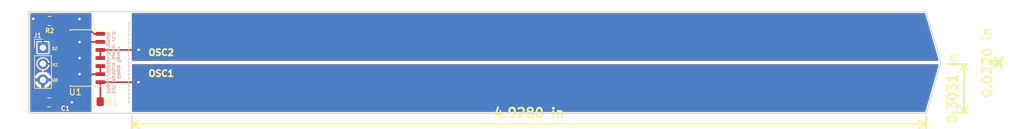
<source format=kicad_pcb>
(kicad_pcb (version 20171130) (host pcbnew 5.0.2+dfsg1-1)

  (general
    (thickness 1.6)
    (drawings 14)
    (tracks 32)
    (zones 0)
    (modules 5)
    (nets 11)
  )

  (page A4)
  (layers
    (0 F.Cu signal)
    (31 B.Cu signal)
    (32 B.Adhes user)
    (33 F.Adhes user)
    (34 B.Paste user)
    (35 F.Paste user)
    (36 B.SilkS user)
    (37 F.SilkS user)
    (38 B.Mask user)
    (39 F.Mask user)
    (40 Dwgs.User user)
    (41 Cmts.User user)
    (42 Eco1.User user)
    (43 Eco2.User user)
    (44 Edge.Cuts user)
    (45 Margin user)
    (46 B.CrtYd user)
    (47 F.CrtYd user)
    (48 B.Fab user)
    (49 F.Fab user)
  )

  (setup
    (last_trace_width 0.25)
    (trace_clearance 0.2)
    (zone_clearance 0.15)
    (zone_45_only no)
    (trace_min 0.2)
    (segment_width 0.2)
    (edge_width 0.15)
    (via_size 0.8)
    (via_drill 0.4)
    (via_min_size 0.4)
    (via_min_drill 0.3)
    (uvia_size 0.3)
    (uvia_drill 0.1)
    (uvias_allowed no)
    (uvia_min_size 0.2)
    (uvia_min_drill 0.1)
    (pcb_text_width 0.3)
    (pcb_text_size 1.5 1.5)
    (mod_edge_width 0.15)
    (mod_text_size 1 1)
    (mod_text_width 0.15)
    (pad_size 1.524 1.524)
    (pad_drill 0.762)
    (pad_to_mask_clearance 0.051)
    (solder_mask_min_width 0.25)
    (aux_axis_origin 0 0)
    (visible_elements FFFFFF7F)
    (pcbplotparams
      (layerselection 0x010fc_ffffffff)
      (usegerberextensions false)
      (usegerberattributes false)
      (usegerberadvancedattributes false)
      (creategerberjobfile false)
      (excludeedgelayer true)
      (linewidth 0.100000)
      (plotframeref false)
      (viasonmask false)
      (mode 1)
      (useauxorigin false)
      (hpglpennumber 1)
      (hpglpenspeed 20)
      (hpglpendiameter 15.000000)
      (psnegative false)
      (psa4output false)
      (plotreference true)
      (plotvalue true)
      (plotinvisibletext false)
      (padsonsilk false)
      (subtractmaskfromsilk false)
      (outputformat 1)
      (mirror false)
      (drillshape 1)
      (scaleselection 1)
      (outputdirectory ""))
  )

  (net 0 "")
  (net 1 VCC)
  (net 2 GND)
  (net 3 OUT)
  (net 4 OSC1)
  (net 5 OSC2)
  (net 6 "Net-(R1-Pad1)")
  (net 7 "Net-(U1-Pad10)")
  (net 8 "Net-(U1-Pad12)")
  (net 9 "Net-(R2-Pad2)")
  (net 10 "Net-(U1-Pad8)")

  (net_class Default "This is the default net class."
    (clearance 0.2)
    (trace_width 0.25)
    (via_dia 0.8)
    (via_drill 0.4)
    (uvia_dia 0.3)
    (uvia_drill 0.1)
    (add_net GND)
    (add_net "Net-(R1-Pad1)")
    (add_net "Net-(R2-Pad2)")
    (add_net "Net-(U1-Pad10)")
    (add_net "Net-(U1-Pad12)")
    (add_net "Net-(U1-Pad8)")
    (add_net OSC1)
    (add_net OSC2)
    (add_net OUT)
    (add_net VCC)
  )

  (module Resistor_SMD:R_0805_2012Metric_Pad1.15x1.40mm_HandSolder (layer F.Cu) (tedit 5CE70DBE) (tstamp 5CF1F2CC)
    (at 44.958 33.0962)
    (descr "Resistor SMD 0805 (2012 Metric), square (rectangular) end terminal, IPC_7351 nominal with elongated pad for handsoldering. (Body size source: https://docs.google.com/spreadsheets/d/1BsfQQcO9C6DZCsRaXUlFlo91Tg2WpOkGARC1WS5S8t0/edit?usp=sharing), generated with kicad-footprint-generator")
    (tags "resistor handsolder")
    (path /5CE5D073)
    (attr smd)
    (fp_text reference R2 (at 0.0254 1.5494) (layer F.SilkS)
      (effects (font (size 0.7 0.7) (thickness 0.15)))
    )
    (fp_text value 100 (at 0 1.65) (layer F.Fab)
      (effects (font (size 1 1) (thickness 0.15)))
    )
    (fp_line (start -1 0.6) (end -1 -0.6) (layer F.Fab) (width 0.1))
    (fp_line (start -1 -0.6) (end 1 -0.6) (layer F.Fab) (width 0.1))
    (fp_line (start 1 -0.6) (end 1 0.6) (layer F.Fab) (width 0.1))
    (fp_line (start 1 0.6) (end -1 0.6) (layer F.Fab) (width 0.1))
    (fp_line (start -0.261252 -0.71) (end 0.261252 -0.71) (layer F.SilkS) (width 0.12))
    (fp_line (start -0.261252 0.71) (end 0.261252 0.71) (layer F.SilkS) (width 0.12))
    (fp_line (start -1.85 0.95) (end -1.85 -0.95) (layer F.CrtYd) (width 0.05))
    (fp_line (start -1.85 -0.95) (end 1.85 -0.95) (layer F.CrtYd) (width 0.05))
    (fp_line (start 1.85 -0.95) (end 1.85 0.95) (layer F.CrtYd) (width 0.05))
    (fp_line (start 1.85 0.95) (end -1.85 0.95) (layer F.CrtYd) (width 0.05))
    (fp_text user %R (at 0 0) (layer F.Fab)
      (effects (font (size 0.5 0.5) (thickness 0.08)))
    )
    (pad 1 smd roundrect (at -1.025 0) (size 1.15 1.4) (layers F.Cu F.Paste F.Mask) (roundrect_rratio 0.217391)
      (net 3 OUT))
    (pad 2 smd roundrect (at 1.025 0) (size 1.15 1.4) (layers F.Cu F.Paste F.Mask) (roundrect_rratio 0.217391)
      (net 9 "Net-(R2-Pad2)"))
    (model ${KISYS3DMOD}/Resistor_SMD.3dshapes/R_0805_2012Metric.wrl
      (at (xyz 0 0 0))
      (scale (xyz 1 1 1))
      (rotate (xyz 0 0 0))
    )
  )

  (module Resistor_SMD:R_0805_2012Metric_Pad1.15x1.40mm_HandSolder (layer F.Cu) (tedit 5B36C52B) (tstamp 5CE53B6D)
    (at 51.9176 45.8216)
    (descr "Resistor SMD 0805 (2012 Metric), square (rectangular) end terminal, IPC_7351 nominal with elongated pad for handsoldering. (Body size source: https://docs.google.com/spreadsheets/d/1BsfQQcO9C6DZCsRaXUlFlo91Tg2WpOkGARC1WS5S8t0/edit?usp=sharing), generated with kicad-footprint-generator")
    (tags "resistor handsolder")
    (path /5CE48323)
    (attr smd)
    (fp_text reference R1 (at 2.8702 0.127) (layer F.SilkS)
      (effects (font (size 1 1) (thickness 0.15)))
    )
    (fp_text value 100k (at 0 1.65) (layer F.Fab)
      (effects (font (size 1 1) (thickness 0.15)))
    )
    (fp_line (start -1 0.6) (end -1 -0.6) (layer F.Fab) (width 0.1))
    (fp_line (start -1 -0.6) (end 1 -0.6) (layer F.Fab) (width 0.1))
    (fp_line (start 1 -0.6) (end 1 0.6) (layer F.Fab) (width 0.1))
    (fp_line (start 1 0.6) (end -1 0.6) (layer F.Fab) (width 0.1))
    (fp_line (start -0.261252 -0.71) (end 0.261252 -0.71) (layer F.SilkS) (width 0.12))
    (fp_line (start -0.261252 0.71) (end 0.261252 0.71) (layer F.SilkS) (width 0.12))
    (fp_line (start -1.85 0.95) (end -1.85 -0.95) (layer F.CrtYd) (width 0.05))
    (fp_line (start -1.85 -0.95) (end 1.85 -0.95) (layer F.CrtYd) (width 0.05))
    (fp_line (start 1.85 -0.95) (end 1.85 0.95) (layer F.CrtYd) (width 0.05))
    (fp_line (start 1.85 0.95) (end -1.85 0.95) (layer F.CrtYd) (width 0.05))
    (fp_text user %R (at 0 0) (layer F.Fab)
      (effects (font (size 0.5 0.5) (thickness 0.08)))
    )
    (pad 1 smd roundrect (at -1.025 0) (size 1.15 1.4) (layers F.Cu F.Paste F.Mask) (roundrect_rratio 0.217391)
      (net 6 "Net-(R1-Pad1)"))
    (pad 2 smd roundrect (at 1.025 0) (size 1.15 1.4) (layers F.Cu F.Paste F.Mask) (roundrect_rratio 0.217391)
      (net 4 OSC1))
    (model ${KISYS3DMOD}/Resistor_SMD.3dshapes/R_0805_2012Metric.wrl
      (at (xyz 0 0 0))
      (scale (xyz 1 1 1))
      (rotate (xyz 0 0 0))
    )
  )

  (module Capacitor_SMD:C_0805_2012Metric_Pad1.15x1.40mm_HandSolder (layer F.Cu) (tedit 5CE70D95) (tstamp 5CF23944)
    (at 44.8818 45.9232 180)
    (descr "Capacitor SMD 0805 (2012 Metric), square (rectangular) end terminal, IPC_7351 nominal with elongated pad for handsoldering. (Body size source: https://docs.google.com/spreadsheets/d/1BsfQQcO9C6DZCsRaXUlFlo91Tg2WpOkGARC1WS5S8t0/edit?usp=sharing), generated with kicad-footprint-generator")
    (tags "capacitor handsolder")
    (path /5CE47B78)
    (attr smd)
    (fp_text reference C1 (at -2.5654 -0.9652) (layer F.SilkS)
      (effects (font (size 0.7 0.7) (thickness 0.15)))
    )
    (fp_text value 10u (at 0 1.65 180) (layer F.Fab)
      (effects (font (size 1 1) (thickness 0.15)))
    )
    (fp_line (start -1 0.6) (end -1 -0.6) (layer F.Fab) (width 0.1))
    (fp_line (start -1 -0.6) (end 1 -0.6) (layer F.Fab) (width 0.1))
    (fp_line (start 1 -0.6) (end 1 0.6) (layer F.Fab) (width 0.1))
    (fp_line (start 1 0.6) (end -1 0.6) (layer F.Fab) (width 0.1))
    (fp_line (start -0.261252 -0.71) (end 0.261252 -0.71) (layer F.SilkS) (width 0.12))
    (fp_line (start -0.261252 0.71) (end 0.261252 0.71) (layer F.SilkS) (width 0.12))
    (fp_line (start -1.85 0.95) (end -1.85 -0.95) (layer F.CrtYd) (width 0.05))
    (fp_line (start -1.85 -0.95) (end 1.85 -0.95) (layer F.CrtYd) (width 0.05))
    (fp_line (start 1.85 -0.95) (end 1.85 0.95) (layer F.CrtYd) (width 0.05))
    (fp_line (start 1.85 0.95) (end -1.85 0.95) (layer F.CrtYd) (width 0.05))
    (fp_text user %R (at 0 0 180) (layer F.Fab)
      (effects (font (size 0.5 0.5) (thickness 0.08)))
    )
    (pad 1 smd roundrect (at -1.025 0 180) (size 1.15 1.4) (layers F.Cu F.Paste F.Mask) (roundrect_rratio 0.217391)
      (net 1 VCC))
    (pad 2 smd roundrect (at 1.025 0 180) (size 1.15 1.4) (layers F.Cu F.Paste F.Mask) (roundrect_rratio 0.217391)
      (net 2 GND))
    (model ${KISYS3DMOD}/Capacitor_SMD.3dshapes/C_0805_2012Metric.wrl
      (at (xyz 0 0 0))
      (scale (xyz 1 1 1))
      (rotate (xyz 0 0 0))
    )
  )

  (module Connector_PinHeader_2.54mm:PinHeader_1x03_P2.54mm_Vertical (layer F.Cu) (tedit 5CE70DAD) (tstamp 5CE47905)
    (at 43.9166 37.3126)
    (descr "Through hole straight pin header, 1x03, 2.54mm pitch, single row")
    (tags "Through hole pin header THT 1x03 2.54mm single row")
    (path /5CE481D5)
    (fp_text reference J1 (at -0.8382 -1.9304) (layer F.SilkS)
      (effects (font (size 0.7 0.7) (thickness 0.15)))
    )
    (fp_text value Conn_01x03_Male (at 0 7.41) (layer F.Fab)
      (effects (font (size 1 1) (thickness 0.15)))
    )
    (fp_line (start -0.635 -1.27) (end 1.27 -1.27) (layer F.Fab) (width 0.1))
    (fp_line (start 1.27 -1.27) (end 1.27 6.35) (layer F.Fab) (width 0.1))
    (fp_line (start 1.27 6.35) (end -1.27 6.35) (layer F.Fab) (width 0.1))
    (fp_line (start -1.27 6.35) (end -1.27 -0.635) (layer F.Fab) (width 0.1))
    (fp_line (start -1.27 -0.635) (end -0.635 -1.27) (layer F.Fab) (width 0.1))
    (fp_line (start -1.33 6.41) (end 1.33 6.41) (layer F.SilkS) (width 0.12))
    (fp_line (start -1.33 1.27) (end -1.33 6.41) (layer F.SilkS) (width 0.12))
    (fp_line (start 1.33 1.27) (end 1.33 6.41) (layer F.SilkS) (width 0.12))
    (fp_line (start -1.33 1.27) (end 1.33 1.27) (layer F.SilkS) (width 0.12))
    (fp_line (start -1.33 0) (end -1.33 -1.33) (layer F.SilkS) (width 0.12))
    (fp_line (start -1.33 -1.33) (end 0 -1.33) (layer F.SilkS) (width 0.12))
    (fp_line (start -1.8 -1.8) (end -1.8 6.85) (layer F.CrtYd) (width 0.05))
    (fp_line (start -1.8 6.85) (end 1.8 6.85) (layer F.CrtYd) (width 0.05))
    (fp_line (start 1.8 6.85) (end 1.8 -1.8) (layer F.CrtYd) (width 0.05))
    (fp_line (start 1.8 -1.8) (end -1.8 -1.8) (layer F.CrtYd) (width 0.05))
    (fp_text user %R (at 0 2.54 90) (layer F.Fab)
      (effects (font (size 1 1) (thickness 0.15)))
    )
    (pad 1 thru_hole rect (at 0 0) (size 1.7 1.7) (drill 1) (layers *.Cu *.Mask)
      (net 3 OUT))
    (pad 2 thru_hole oval (at 0 2.54) (size 1.7 1.7) (drill 1) (layers *.Cu *.Mask)
      (net 1 VCC))
    (pad 3 thru_hole oval (at 0 5.08) (size 1.7 1.7) (drill 1) (layers *.Cu *.Mask)
      (net 2 GND))
    (model ${KISYS3DMOD}/Connector_PinHeader_2.54mm.3dshapes/PinHeader_1x03_P2.54mm_Vertical.wrl
      (at (xyz 0 0 0))
      (scale (xyz 1 1 1))
      (rotate (xyz 0 0 0))
    )
  )

  (module Package_SO:SOIC-14_3.9x8.7mm_P1.27mm (layer F.Cu) (tedit 5A02F2D3) (tstamp 5CF216D3)
    (at 50.2666 38.9382 180)
    (descr "14-Lead Plastic Small Outline (SL) - Narrow, 3.90 mm Body [SOIC] (see Microchip Packaging Specification 00000049BS.pdf)")
    (tags "SOIC 1.27")
    (path /5CE46C5E)
    (attr smd)
    (fp_text reference U1 (at 1.2446 -5.3594 180) (layer F.SilkS)
      (effects (font (size 1 1) (thickness 0.15)))
    )
    (fp_text value 74HC14 (at 0 5.375 180) (layer F.Fab)
      (effects (font (size 1 1) (thickness 0.15)))
    )
    (fp_text user %R (at 0 0 180) (layer F.Fab)
      (effects (font (size 0.9 0.9) (thickness 0.135)))
    )
    (fp_line (start -0.95 -4.35) (end 1.95 -4.35) (layer F.Fab) (width 0.15))
    (fp_line (start 1.95 -4.35) (end 1.95 4.35) (layer F.Fab) (width 0.15))
    (fp_line (start 1.95 4.35) (end -1.95 4.35) (layer F.Fab) (width 0.15))
    (fp_line (start -1.95 4.35) (end -1.95 -3.35) (layer F.Fab) (width 0.15))
    (fp_line (start -1.95 -3.35) (end -0.95 -4.35) (layer F.Fab) (width 0.15))
    (fp_line (start -3.7 -4.65) (end -3.7 4.65) (layer F.CrtYd) (width 0.05))
    (fp_line (start 3.7 -4.65) (end 3.7 4.65) (layer F.CrtYd) (width 0.05))
    (fp_line (start -3.7 -4.65) (end 3.7 -4.65) (layer F.CrtYd) (width 0.05))
    (fp_line (start -3.7 4.65) (end 3.7 4.65) (layer F.CrtYd) (width 0.05))
    (fp_line (start -2.075 -4.45) (end -2.075 -4.425) (layer F.SilkS) (width 0.15))
    (fp_line (start 2.075 -4.45) (end 2.075 -4.335) (layer F.SilkS) (width 0.15))
    (fp_line (start 2.075 4.45) (end 2.075 4.335) (layer F.SilkS) (width 0.15))
    (fp_line (start -2.075 4.45) (end -2.075 4.335) (layer F.SilkS) (width 0.15))
    (fp_line (start -2.075 -4.45) (end 2.075 -4.45) (layer F.SilkS) (width 0.15))
    (fp_line (start -2.075 4.45) (end 2.075 4.45) (layer F.SilkS) (width 0.15))
    (fp_line (start -2.075 -4.425) (end -3.45 -4.425) (layer F.SilkS) (width 0.15))
    (pad 1 smd rect (at -2.7 -3.81 180) (size 1.5 0.6) (layers F.Cu F.Paste F.Mask)
      (net 4 OSC1))
    (pad 2 smd rect (at -2.7 -2.54 180) (size 1.5 0.6) (layers F.Cu F.Paste F.Mask)
      (net 6 "Net-(R1-Pad1)"))
    (pad 3 smd rect (at -2.7 -1.27 180) (size 1.5 0.6) (layers F.Cu F.Paste F.Mask)
      (net 6 "Net-(R1-Pad1)"))
    (pad 4 smd rect (at -2.7 0 180) (size 1.5 0.6) (layers F.Cu F.Paste F.Mask)
      (net 5 OSC2))
    (pad 5 smd rect (at -2.7 1.27 180) (size 1.5 0.6) (layers F.Cu F.Paste F.Mask)
      (net 5 OSC2))
    (pad 6 smd rect (at -2.7 2.54 180) (size 1.5 0.6) (layers F.Cu F.Paste F.Mask)
      (net 9 "Net-(R2-Pad2)"))
    (pad 7 smd rect (at -2.7 3.81 180) (size 1.5 0.6) (layers F.Cu F.Paste F.Mask)
      (net 2 GND))
    (pad 8 smd rect (at 2.7 3.81 180) (size 1.5 0.6) (layers F.Cu F.Paste F.Mask)
      (net 10 "Net-(U1-Pad8)"))
    (pad 9 smd rect (at 2.7 2.54 180) (size 1.5 0.6) (layers F.Cu F.Paste F.Mask)
      (net 2 GND))
    (pad 10 smd rect (at 2.7 1.27 180) (size 1.5 0.6) (layers F.Cu F.Paste F.Mask)
      (net 7 "Net-(U1-Pad10)"))
    (pad 11 smd rect (at 2.7 0 180) (size 1.5 0.6) (layers F.Cu F.Paste F.Mask)
      (net 2 GND))
    (pad 12 smd rect (at 2.7 -1.27 180) (size 1.5 0.6) (layers F.Cu F.Paste F.Mask)
      (net 8 "Net-(U1-Pad12)"))
    (pad 13 smd rect (at 2.7 -2.54 180) (size 1.5 0.6) (layers F.Cu F.Paste F.Mask)
      (net 2 GND))
    (pad 14 smd rect (at 2.7 -3.81 180) (size 1.5 0.6) (layers F.Cu F.Paste F.Mask)
      (net 1 VCC))
    (model ${KISYS3DMOD}/Package_SO.3dshapes/SOIC-14_3.9x8.7mm_P1.27mm.wrl
      (at (xyz 0 0 0))
      (scale (xyz 1 1 1))
      (rotate (xyz 0 0 0))
    )
  )

  (dimension 0.5588 (width 0.3) (layer F.SilkS)
    (gr_text "0.559 mm" (at 196.6386 39.6494 90) (layer F.SilkS) (tstamp 5CF24311)
      (effects (font (size 1.5 1.5) (thickness 0.3)))
    )
    (feature1 (pts (xy 193.0654 39.37) (xy 195.125021 39.37)))
    (feature2 (pts (xy 193.0654 39.9288) (xy 195.125021 39.9288)))
    (crossbar (pts (xy 194.5386 39.9288) (xy 194.5386 39.37)))
    (arrow1a (pts (xy 194.5386 39.37) (xy 195.125021 40.496504)))
    (arrow1b (pts (xy 194.5386 39.37) (xy 193.952179 40.496504)))
    (arrow2a (pts (xy 194.5386 39.9288) (xy 195.125021 38.802296)))
    (arrow2b (pts (xy 194.5386 39.9288) (xy 193.952179 38.802296)))
  )
  (dimension 7.697708 (width 0.3) (layer F.SilkS) (tstamp 5CF2311B)
    (gr_text "7.698 mm" (at 191.203 43.725346 90) (layer F.SilkS) (tstamp 5CF2430B)
      (effects (font (size 1.5 1.5) (thickness 0.3)))
    )
    (feature1 (pts (xy 187.0964 39.876492) (xy 189.689421 39.876492)))
    (feature2 (pts (xy 187.0964 47.5742) (xy 189.689421 47.5742)))
    (crossbar (pts (xy 189.103 47.5742) (xy 189.103 39.876492)))
    (arrow1a (pts (xy 189.103 39.876492) (xy 189.689421 41.002996)))
    (arrow1b (pts (xy 189.103 39.876492) (xy 188.516579 41.002996)))
    (arrow2a (pts (xy 189.103 47.5742) (xy 189.689421 46.447696)))
    (arrow2b (pts (xy 189.103 47.5742) (xy 188.516579 46.447696)))
  )
  (dimension 125.1712 (width 0.3) (layer F.SilkS)
    (gr_text "125.171 mm" (at 120.5484 51.503) (layer F.SilkS) (tstamp 5CF2451B)
      (effects (font (size 1.5 1.5) (thickness 0.3)))
    )
    (feature1 (pts (xy 183.134 48.006) (xy 183.134 49.989421)))
    (feature2 (pts (xy 57.9628 48.006) (xy 57.9628 49.989421)))
    (crossbar (pts (xy 57.9628 49.403) (xy 183.134 49.403)))
    (arrow1a (pts (xy 183.134 49.403) (xy 182.007496 49.989421)))
    (arrow1b (pts (xy 183.134 49.403) (xy 182.007496 48.816579)))
    (arrow2a (pts (xy 57.9628 49.403) (xy 59.089304 49.989421)))
    (arrow2b (pts (xy 57.9628 49.403) (xy 59.089304 48.816579)))
  )
  (gr_text OSC2 (at 62.5602 38.0746) (layer F.SilkS)
    (effects (font (size 1 1) (thickness 0.25)))
  )
  (gr_text OSC1 (at 62.5602 41.3766) (layer F.SilkS)
    (effects (font (size 1 1) (thickness 0.25)))
  )
  (gr_text "---------------------\n\nGMote Sensor\nSoil Moisture Sensor v1.0\nhttps://digidev.de/gmote\n\n" (at 55.4736 39.6748 270) (layer B.SilkS)
    (effects (font (size 0.5 0.5) (thickness 0.125)) (justify mirror))
  )
  (gr_line (start 183.1594 47.6504) (end 185.4454 39.6748) (layer Edge.Cuts) (width 0.15) (tstamp 5CF21A88))
  (gr_line (start 185.4454 39.6748) (end 183.134 31.6484) (layer Edge.Cuts) (width 0.15) (tstamp 5CF21A85))
  (gr_text OUT (at 45.7962 37.465) (layer F.SilkS)
    (effects (font (size 0.5 0.3) (thickness 0.075)))
  )
  (gr_text GND (at 45.7962 42.4434) (layer F.SilkS)
    (effects (font (size 0.5 0.3) (thickness 0.075)))
  )
  (gr_text VCC (at 45.847 40.0304) (layer F.SilkS)
    (effects (font (size 0.5 0.3) (thickness 0.075)))
  )
  (gr_line (start 183.134 31.6484) (end 41.7068 31.6484) (layer Edge.Cuts) (width 0.15))
  (gr_line (start 41.7068 47.6504) (end 183.1594 47.6504) (layer Edge.Cuts) (width 0.15))
  (gr_line (start 41.7068 31.6484) (end 41.7068 47.6504) (layer Edge.Cuts) (width 0.15) (tstamp 5CF2099D))

  (segment (start 45.9068 40.640719) (end 45.9068 45.9232) (width 0.25) (layer F.Cu) (net 1))
  (segment (start 43.9166 39.8526) (end 45.118681 39.8526) (width 0.25) (layer F.Cu) (net 1))
  (segment (start 45.118681 39.8526) (end 45.9068 40.640719) (width 0.25) (layer F.Cu) (net 1))
  (segment (start 47.5666 43.2982) (end 47.5666 42.7482) (width 0.25) (layer F.Cu) (net 1))
  (segment (start 47.5666 44.9384) (end 47.5666 43.2982) (width 0.25) (layer F.Cu) (net 1))
  (segment (start 46.5818 45.9232) (end 47.5666 44.9384) (width 0.25) (layer F.Cu) (net 1))
  (segment (start 45.9068 45.9232) (end 46.5818 45.9232) (width 0.25) (layer F.Cu) (net 1))
  (segment (start 51.9666 35.1282) (end 50.7746 33.9362) (width 0.25) (layer F.Cu) (net 2))
  (segment (start 52.9666 35.1282) (end 51.9666 35.1282) (width 0.25) (layer F.Cu) (net 2))
  (via (at 49.6824 32.7914) (size 0.8) (drill 0.4) (layers F.Cu B.Cu) (net 2))
  (via (at 49.6824 36.4236) (size 0.8) (drill 0.4) (layers F.Cu B.Cu) (net 2))
  (via (at 49.6824 38.9382) (size 0.8) (drill 0.4) (layers F.Cu B.Cu) (net 2))
  (via (at 48.4886 45.9232) (size 0.8) (drill 0.4) (layers F.Cu B.Cu) (net 2))
  (via (at 49.6824 41.4782) (size 0.8) (drill 0.4) (layers F.Cu B.Cu) (net 2))
  (via (at 42.3926 32.766) (size 0.8) (drill 0.4) (layers F.Cu B.Cu) (net 2))
  (segment (start 43.9166 33.1126) (end 43.933 33.0962) (width 0.25) (layer F.Cu) (net 3))
  (segment (start 43.9166 37.3126) (end 43.9166 33.1126) (width 0.25) (layer F.Cu) (net 3))
  (segment (start 52.9666 45.7976) (end 52.9426 45.8216) (width 0.25) (layer F.Cu) (net 4))
  (segment (start 52.9666 42.7482) (end 52.9666 45.7976) (width 0.25) (layer F.Cu) (net 4))
  (via (at 58.9788 42.7482) (size 0.8) (drill 0.4) (layers F.Cu B.Cu) (net 4))
  (segment (start 52.9666 42.7482) (end 58.9788 42.7482) (width 0.25) (layer F.Cu) (net 4))
  (via (at 59.0042 37.6428) (size 0.8) (drill 0.4) (layers F.Cu B.Cu) (net 5))
  (segment (start 52.9666 37.6682) (end 58.9788 37.6682) (width 0.25) (layer F.Cu) (net 5))
  (segment (start 58.9788 37.6682) (end 59.0042 37.6428) (width 0.25) (layer F.Cu) (net 5))
  (segment (start 52.9666 38.9382) (end 52.9666 37.6682) (width 0.25) (layer F.Cu) (net 5))
  (segment (start 50.8926 45.8216) (end 50.8926 42.2746) (width 0.25) (layer F.Cu) (net 6))
  (segment (start 51.689 41.4782) (end 52.9666 41.4782) (width 0.25) (layer F.Cu) (net 6))
  (segment (start 50.8926 42.2746) (end 51.689 41.4782) (width 0.25) (layer F.Cu) (net 6))
  (segment (start 52.9666 41.4782) (end 52.9666 40.2082) (width 0.25) (layer F.Cu) (net 6))
  (segment (start 45.983 33.0962) (end 48.2092 33.0962) (width 0.25) (layer F.Cu) (net 9))
  (segment (start 51.5112 36.3982) (end 52.9666 36.3982) (width 0.25) (layer F.Cu) (net 9))
  (segment (start 48.2092 33.0962) (end 51.5112 36.3982) (width 0.25) (layer F.Cu) (net 9))

  (zone (net 2) (net_name GND) (layer F.Cu) (tstamp 5CF1F76B) (hatch edge 0.508)
    (connect_pads (clearance 0.15))
    (min_thickness 0.15)
    (fill yes (arc_segments 16) (thermal_gap 0.508) (thermal_bridge_width 0.508))
    (polygon
      (pts
        (xy 40.4622 29.7942) (xy 40.4114 49.8856) (xy 51.562 48.9966) (xy 51.562 30.2006)
      )
    )
    (filled_polygon
      (pts
        (xy 51.487 35.808314) (xy 48.519903 32.841219) (xy 48.497584 32.807816) (xy 48.365272 32.719409) (xy 48.248594 32.6962)
        (xy 48.2092 32.688364) (xy 48.169806 32.6962) (xy 46.838387 32.6962) (xy 46.838387 32.646199) (xy 46.798014 32.443229)
        (xy 46.683041 32.271159) (xy 46.510971 32.156186) (xy 46.308001 32.115813) (xy 45.657999 32.115813) (xy 45.455029 32.156186)
        (xy 45.282959 32.271159) (xy 45.167986 32.443229) (xy 45.127613 32.646199) (xy 45.127613 33.546201) (xy 45.167986 33.749171)
        (xy 45.282959 33.921241) (xy 45.455029 34.036214) (xy 45.657999 34.076587) (xy 46.308001 34.076587) (xy 46.510971 34.036214)
        (xy 46.683041 33.921241) (xy 46.798014 33.749171) (xy 46.838387 33.546201) (xy 46.838387 33.4962) (xy 48.043516 33.4962)
        (xy 51.200501 36.653187) (xy 51.222816 36.686584) (xy 51.355128 36.774991) (xy 51.471806 36.7982) (xy 51.487 36.801222)
        (xy 51.487 41.132097) (xy 51.400616 41.189816) (xy 51.378299 41.223216) (xy 50.637617 41.963899) (xy 50.604217 41.986216)
        (xy 50.540274 42.081915) (xy 50.515809 42.118529) (xy 50.484764 42.2746) (xy 50.492601 42.313998) (xy 50.4926 44.856131)
        (xy 50.364629 44.881586) (xy 50.192559 44.996559) (xy 50.077586 45.168629) (xy 50.037213 45.371599) (xy 50.037213 46.271601)
        (xy 50.077586 46.474571) (xy 50.192559 46.646641) (xy 50.364629 46.761614) (xy 50.567599 46.801987) (xy 51.217601 46.801987)
        (xy 51.420571 46.761614) (xy 51.487 46.717228) (xy 51.487 47.3504) (xy 42.0068 47.3504) (xy 42.0068 46.24795)
        (xy 42.6988 46.24795) (xy 42.6988 46.739166) (xy 42.787556 46.953443) (xy 42.951557 47.117444) (xy 43.165834 47.2062)
        (xy 43.53205 47.2062) (xy 43.6778 47.06045) (xy 43.6778 46.1022) (xy 44.0358 46.1022) (xy 44.0358 47.06045)
        (xy 44.18155 47.2062) (xy 44.547766 47.2062) (xy 44.762043 47.117444) (xy 44.926044 46.953443) (xy 45.0148 46.739166)
        (xy 45.0148 46.24795) (xy 44.86905 46.1022) (xy 44.0358 46.1022) (xy 43.6778 46.1022) (xy 42.84455 46.1022)
        (xy 42.6988 46.24795) (xy 42.0068 46.24795) (xy 42.0068 45.107234) (xy 42.6988 45.107234) (xy 42.6988 45.59845)
        (xy 42.84455 45.7442) (xy 43.6778 45.7442) (xy 43.6778 44.78595) (xy 44.0358 44.78595) (xy 44.0358 45.7442)
        (xy 44.86905 45.7442) (xy 45.0148 45.59845) (xy 45.0148 45.107234) (xy 44.926044 44.892957) (xy 44.762043 44.728956)
        (xy 44.547766 44.6402) (xy 44.18155 44.6402) (xy 44.0358 44.78595) (xy 43.6778 44.78595) (xy 43.53205 44.6402)
        (xy 43.165834 44.6402) (xy 42.951557 44.728956) (xy 42.787556 44.892957) (xy 42.6988 45.107234) (xy 42.0068 45.107234)
        (xy 42.0068 42.791811) (xy 42.54033 42.791811) (xy 42.661134 43.083494) (xy 43.021094 43.511349) (xy 43.517387 43.768885)
        (xy 43.7376 43.668641) (xy 43.7376 42.5716) (xy 44.0956 42.5716) (xy 44.0956 43.668641) (xy 44.315813 43.768885)
        (xy 44.812106 43.511349) (xy 45.172066 43.083494) (xy 45.29287 42.791811) (xy 45.191344 42.5716) (xy 44.0956 42.5716)
        (xy 43.7376 42.5716) (xy 42.641856 42.5716) (xy 42.54033 42.791811) (xy 42.0068 42.791811) (xy 42.0068 41.993389)
        (xy 42.54033 41.993389) (xy 42.641856 42.2136) (xy 43.7376 42.2136) (xy 43.7376 42.1936) (xy 44.0956 42.1936)
        (xy 44.0956 42.2136) (xy 45.191344 42.2136) (xy 45.29287 41.993389) (xy 45.172066 41.701706) (xy 44.812106 41.273851)
        (xy 44.315813 41.016315) (xy 44.095602 41.116558) (xy 44.095602 40.964034) (xy 44.355553 40.912327) (xy 44.72768 40.66368)
        (xy 44.976327 40.291553) (xy 44.978919 40.278522) (xy 45.5068 40.806404) (xy 45.506801 44.957731) (xy 45.378829 44.983186)
        (xy 45.206759 45.098159) (xy 45.091786 45.270229) (xy 45.051413 45.473199) (xy 45.051413 46.373201) (xy 45.091786 46.576171)
        (xy 45.206759 46.748241) (xy 45.378829 46.863214) (xy 45.581799 46.903587) (xy 46.231801 46.903587) (xy 46.434771 46.863214)
        (xy 46.606841 46.748241) (xy 46.721814 46.576171) (xy 46.762187 46.373201) (xy 46.762187 46.283744) (xy 46.870184 46.211584)
        (xy 46.892503 46.178181) (xy 47.821585 45.2491) (xy 47.854984 45.226784) (xy 47.943391 45.094472) (xy 47.9666 44.977794)
        (xy 47.9666 44.977793) (xy 47.974436 44.9384) (xy 47.9666 44.899006) (xy 47.9666 43.328587) (xy 48.3166 43.328587)
        (xy 48.423899 43.307244) (xy 48.514864 43.246464) (xy 48.575644 43.155499) (xy 48.596987 43.0482) (xy 48.596987 42.4482)
        (xy 48.575644 42.340901) (xy 48.555252 42.310382) (xy 48.646843 42.272444) (xy 48.810844 42.108443) (xy 48.8996 41.894166)
        (xy 48.8996 41.77395) (xy 48.75385 41.6282) (xy 47.7456 41.6282) (xy 47.7456 41.6772) (xy 47.3876 41.6772)
        (xy 47.3876 41.6282) (xy 47.3676 41.6282) (xy 47.3676 41.3282) (xy 47.3876 41.3282) (xy 47.3876 41.2792)
        (xy 47.7456 41.2792) (xy 47.7456 41.3282) (xy 48.75385 41.3282) (xy 48.8996 41.18245) (xy 48.8996 41.062234)
        (xy 48.810844 40.847957) (xy 48.646843 40.683956) (xy 48.555252 40.646018) (xy 48.575644 40.615499) (xy 48.596987 40.5082)
        (xy 48.596987 39.9082) (xy 48.575644 39.800901) (xy 48.555252 39.770382) (xy 48.646843 39.732444) (xy 48.810844 39.568443)
        (xy 48.8996 39.354166) (xy 48.8996 39.23395) (xy 48.75385 39.0882) (xy 47.7456 39.0882) (xy 47.7456 39.1372)
        (xy 47.3876 39.1372) (xy 47.3876 39.0882) (xy 46.37935 39.0882) (xy 46.2336 39.23395) (xy 46.2336 39.354166)
        (xy 46.322356 39.568443) (xy 46.486357 39.732444) (xy 46.577948 39.770382) (xy 46.557556 39.800901) (xy 46.536213 39.9082)
        (xy 46.536213 40.5082) (xy 46.557556 40.615499) (xy 46.577948 40.646018) (xy 46.486357 40.683956) (xy 46.322356 40.847957)
        (xy 46.3068 40.885513) (xy 46.3068 40.680113) (xy 46.314636 40.640719) (xy 46.283591 40.484647) (xy 46.195184 40.352335)
        (xy 46.161785 40.330019) (xy 45.429384 39.597619) (xy 45.407065 39.564216) (xy 45.274753 39.475809) (xy 45.158075 39.4526)
        (xy 45.118681 39.444764) (xy 45.079287 39.4526) (xy 44.984075 39.4526) (xy 44.976327 39.413647) (xy 44.72768 39.04152)
        (xy 44.355553 38.792873) (xy 44.027403 38.7276) (xy 43.805797 38.7276) (xy 43.477647 38.792873) (xy 43.10552 39.04152)
        (xy 42.856873 39.413647) (xy 42.76956 39.8526) (xy 42.856873 40.291553) (xy 43.10552 40.66368) (xy 43.477647 40.912327)
        (xy 43.737598 40.964034) (xy 43.737598 41.116558) (xy 43.517387 41.016315) (xy 43.021094 41.273851) (xy 42.661134 41.701706)
        (xy 42.54033 41.993389) (xy 42.0068 41.993389) (xy 42.0068 36.4626) (xy 42.786213 36.4626) (xy 42.786213 38.1626)
        (xy 42.807556 38.269899) (xy 42.868336 38.360864) (xy 42.959301 38.421644) (xy 43.0666 38.442987) (xy 44.7666 38.442987)
        (xy 44.873899 38.421644) (xy 44.964864 38.360864) (xy 45.025644 38.269899) (xy 45.046987 38.1626) (xy 45.046987 36.69395)
        (xy 46.2336 36.69395) (xy 46.2336 36.814166) (xy 46.322356 37.028443) (xy 46.486357 37.192444) (xy 46.577948 37.230382)
        (xy 46.557556 37.260901) (xy 46.536213 37.3682) (xy 46.536213 37.9682) (xy 46.557556 38.075499) (xy 46.577948 38.106018)
        (xy 46.486357 38.143956) (xy 46.322356 38.307957) (xy 46.2336 38.522234) (xy 46.2336 38.64245) (xy 46.37935 38.7882)
        (xy 47.3876 38.7882) (xy 47.3876 38.7392) (xy 47.7456 38.7392) (xy 47.7456 38.7882) (xy 48.75385 38.7882)
        (xy 48.8996 38.64245) (xy 48.8996 38.522234) (xy 48.810844 38.307957) (xy 48.646843 38.143956) (xy 48.555252 38.106018)
        (xy 48.575644 38.075499) (xy 48.596987 37.9682) (xy 48.596987 37.3682) (xy 48.575644 37.260901) (xy 48.555252 37.230382)
        (xy 48.646843 37.192444) (xy 48.810844 37.028443) (xy 48.8996 36.814166) (xy 48.8996 36.69395) (xy 48.75385 36.5482)
        (xy 47.7456 36.5482) (xy 47.7456 36.5972) (xy 47.3876 36.5972) (xy 47.3876 36.5482) (xy 46.37935 36.5482)
        (xy 46.2336 36.69395) (xy 45.046987 36.69395) (xy 45.046987 36.4626) (xy 45.025644 36.355301) (xy 44.964864 36.264336)
        (xy 44.873899 36.203556) (xy 44.7666 36.182213) (xy 44.3166 36.182213) (xy 44.3166 35.982234) (xy 46.2336 35.982234)
        (xy 46.2336 36.10245) (xy 46.37935 36.2482) (xy 47.3876 36.2482) (xy 47.3876 36.1992) (xy 47.7456 36.1992)
        (xy 47.7456 36.2482) (xy 48.75385 36.2482) (xy 48.8996 36.10245) (xy 48.8996 35.982234) (xy 48.810844 35.767957)
        (xy 48.646843 35.603956) (xy 48.555252 35.566018) (xy 48.575644 35.535499) (xy 48.596987 35.4282) (xy 48.596987 34.8282)
        (xy 48.575644 34.720901) (xy 48.514864 34.629936) (xy 48.423899 34.569156) (xy 48.3166 34.547813) (xy 46.8166 34.547813)
        (xy 46.709301 34.569156) (xy 46.618336 34.629936) (xy 46.557556 34.720901) (xy 46.536213 34.8282) (xy 46.536213 35.4282)
        (xy 46.557556 35.535499) (xy 46.577948 35.566018) (xy 46.486357 35.603956) (xy 46.322356 35.767957) (xy 46.2336 35.982234)
        (xy 44.3166 35.982234) (xy 44.3166 34.064931) (xy 44.460971 34.036214) (xy 44.633041 33.921241) (xy 44.748014 33.749171)
        (xy 44.788387 33.546201) (xy 44.788387 32.646199) (xy 44.748014 32.443229) (xy 44.633041 32.271159) (xy 44.460971 32.156186)
        (xy 44.258001 32.115813) (xy 43.607999 32.115813) (xy 43.405029 32.156186) (xy 43.232959 32.271159) (xy 43.117986 32.443229)
        (xy 43.077613 32.646199) (xy 43.077613 33.546201) (xy 43.117986 33.749171) (xy 43.232959 33.921241) (xy 43.405029 34.036214)
        (xy 43.516601 34.058407) (xy 43.5166 36.182213) (xy 43.0666 36.182213) (xy 42.959301 36.203556) (xy 42.868336 36.264336)
        (xy 42.807556 36.355301) (xy 42.786213 36.4626) (xy 42.0068 36.4626) (xy 42.0068 31.9484) (xy 51.487 31.9484)
      )
    )
  )
  (zone (net 4) (net_name OSC1) (layer F.Cu) (tstamp 5CF21DF1) (hatch edge 0.508)
    (connect_pads (clearance 0.15))
    (min_thickness 0.254)
    (fill yes (arc_segments 16) (thermal_gap 0.508) (thermal_bridge_width 0.508))
    (polygon
      (pts
        (xy 57.9628 39.943706) (xy 57.9628 47.538306) (xy 186.5376 47.538306) (xy 186.5376 39.918306) (xy 57.9628 39.918306)
      )
    )
    (filled_polygon
      (pts
        (xy 182.894118 47.2984) (xy 58.0898 47.2984) (xy 58.0898 40.045306) (xy 184.97303 40.045306)
      )
    )
  )
  (zone (net 5) (net_name OSC2) (layer F.Cu) (tstamp 5CF1F821) (hatch edge 0.508)
    (connect_pads (clearance 0.15))
    (min_thickness 0.254)
    (fill yes (arc_segments 16) (thermal_gap 0.508) (thermal_bridge_width 0.508))
    (polygon
      (pts
        (xy 57.9374 31.789318) (xy 57.9374 39.383918) (xy 186.5376 39.383918) (xy 186.5376 31.763918) (xy 57.9374 31.763918)
      )
    )
    (filled_polygon
      (pts
        (xy 184.958756 39.256918) (xy 58.0644 39.256918) (xy 58.0644 32.0004) (xy 182.869063 32.0004)
      )
    )
  )
  (zone (net 4) (net_name OSC1) (layer B.Cu) (tstamp 5CF1F8F6) (hatch edge 0.508)
    (connect_pads (clearance 0.15))
    (min_thickness 0.254)
    (fill yes (arc_segments 16) (thermal_gap 0.508) (thermal_bridge_width 0.508))
    (polygon
      (pts
        (xy 57.9628 39.9542) (xy 57.9628 47.5488) (xy 186.563 47.5488) (xy 186.563 39.9288) (xy 57.9628 39.9288)
      )
    )
    (filled_polygon
      (pts
        (xy 182.894118 47.2984) (xy 58.0898 47.2984) (xy 58.0898 40.0558) (xy 184.970023 40.0558)
      )
    )
  )
  (zone (net 5) (net_name OSC2) (layer B.Cu) (tstamp 5CF1F905) (hatch edge 0.508)
    (connect_pads (clearance 0.15))
    (min_thickness 0.254)
    (fill yes (arc_segments 16) (thermal_gap 0.508) (thermal_bridge_width 0.508))
    (polygon
      (pts
        (xy 57.9374 31.7754) (xy 57.9374 39.37) (xy 186.5376 39.37) (xy 186.5376 31.75) (xy 57.9374 31.75)
      )
    )
    (filled_polygon
      (pts
        (xy 184.954748 39.243) (xy 58.0644 39.243) (xy 58.0644 32.0004) (xy 182.869063 32.0004)
      )
    )
  )
  (zone (net 2) (net_name GND) (layer B.Cu) (tstamp 0) (hatch edge 0.508)
    (connect_pads (clearance 0.15))
    (min_thickness 0.254)
    (fill yes (arc_segments 16) (thermal_gap 0.508) (thermal_bridge_width 0.508))
    (polygon
      (pts
        (xy 41.0972 31.0896) (xy 41.0972 48.4886) (xy 51.562 48.514) (xy 51.562 30.8102) (xy 41.0972 31.115)
      )
    )
    (filled_polygon
      (pts
        (xy 51.435 47.2984) (xy 42.0588 47.2984) (xy 42.0588 42.74949) (xy 42.475124 42.74949) (xy 42.644955 43.159524)
        (xy 43.035242 43.587783) (xy 43.559708 43.834086) (xy 43.7896 43.713419) (xy 43.7896 42.5196) (xy 44.0436 42.5196)
        (xy 44.0436 43.713419) (xy 44.273492 43.834086) (xy 44.797958 43.587783) (xy 45.188245 43.159524) (xy 45.358076 42.74949)
        (xy 45.236755 42.5196) (xy 44.0436 42.5196) (xy 43.7896 42.5196) (xy 42.596445 42.5196) (xy 42.475124 42.74949)
        (xy 42.0588 42.74949) (xy 42.0588 42.03571) (xy 42.475124 42.03571) (xy 42.596445 42.2656) (xy 43.7896 42.2656)
        (xy 43.7896 42.2456) (xy 44.0436 42.2456) (xy 44.0436 42.2656) (xy 45.236755 42.2656) (xy 45.358076 42.03571)
        (xy 45.188245 41.625676) (xy 44.797958 41.197417) (xy 44.319194 40.972577) (xy 44.375842 40.961309) (xy 44.765169 40.701169)
        (xy 45.025309 40.311842) (xy 45.116658 39.8526) (xy 45.025309 39.393358) (xy 44.765169 39.004031) (xy 44.375842 38.743891)
        (xy 44.03252 38.6756) (xy 43.80068 38.6756) (xy 43.457358 38.743891) (xy 43.068031 39.004031) (xy 42.807891 39.393358)
        (xy 42.716542 39.8526) (xy 42.807891 40.311842) (xy 43.068031 40.701169) (xy 43.457358 40.961309) (xy 43.514006 40.972577)
        (xy 43.035242 41.197417) (xy 42.644955 41.625676) (xy 42.475124 42.03571) (xy 42.0588 42.03571) (xy 42.0588 36.4626)
        (xy 42.733194 36.4626) (xy 42.733194 38.1626) (xy 42.758573 38.290189) (xy 42.830846 38.398354) (xy 42.939011 38.470627)
        (xy 43.0666 38.496006) (xy 44.7666 38.496006) (xy 44.894189 38.470627) (xy 45.002354 38.398354) (xy 45.074627 38.290189)
        (xy 45.100006 38.1626) (xy 45.100006 36.4626) (xy 45.074627 36.335011) (xy 45.002354 36.226846) (xy 44.894189 36.154573)
        (xy 44.7666 36.129194) (xy 43.0666 36.129194) (xy 42.939011 36.154573) (xy 42.830846 36.226846) (xy 42.758573 36.335011)
        (xy 42.733194 36.4626) (xy 42.0588 36.4626) (xy 42.0588 32.0004) (xy 51.435 32.0004)
      )
    )
  )
)

</source>
